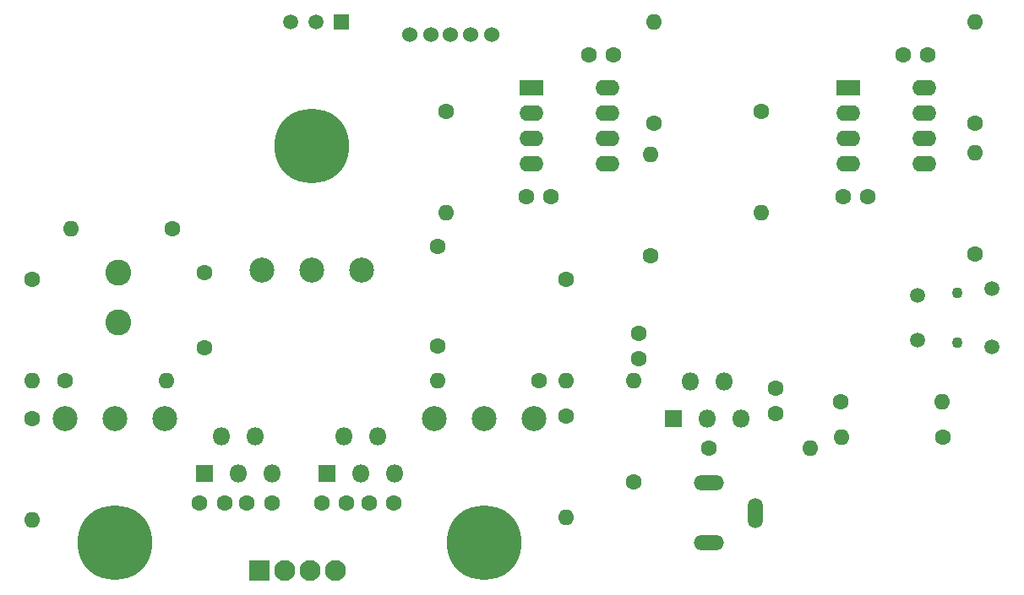
<source format=gbs>
G04 #@! TF.GenerationSoftware,KiCad,Pcbnew,(5.1.6-0-10_14)*
G04 #@! TF.CreationDate,2020-11-05T10:16:14+09:00*
G04 #@! TF.ProjectId,chua,63687561-2e6b-4696-9361-645f70636258,rev?*
G04 #@! TF.SameCoordinates,Original*
G04 #@! TF.FileFunction,Soldermask,Bot*
G04 #@! TF.FilePolarity,Negative*
%FSLAX46Y46*%
G04 Gerber Fmt 4.6, Leading zero omitted, Abs format (unit mm)*
G04 Created by KiCad (PCBNEW (5.1.6-0-10_14)) date 2020-11-05 10:16:14*
%MOMM*%
%LPD*%
G01*
G04 APERTURE LIST*
%ADD10O,1.508000X3.016000*%
%ADD11O,3.016000X1.508000*%
%ADD12C,7.500000*%
%ADD13C,2.500000*%
%ADD14C,1.600000*%
%ADD15C,1.500000*%
%ADD16C,1.100000*%
%ADD17C,2.600000*%
%ADD18O,2.400000X1.600000*%
%ADD19R,2.400000X1.600000*%
%ADD20R,1.520000X1.520000*%
%ADD21C,1.520000*%
%ADD22R,2.100000X2.100000*%
%ADD23C,2.100000*%
%ADD24O,1.600000X1.600000*%
%ADD25C,1.524000*%
%ADD26R,1.800000X1.800000*%
%ADD27O,1.800000X1.800000*%
G04 APERTURE END LIST*
D10*
X198450000Y-81750000D03*
D11*
X193750000Y-84750000D03*
X193750000Y-78750000D03*
D12*
X171250000Y-84750000D03*
D13*
X176250000Y-72250000D03*
X166250000Y-72250000D03*
X171250000Y-72250000D03*
D12*
X154004000Y-44904000D03*
D13*
X159004000Y-57404000D03*
X149004000Y-57404000D03*
X154004000Y-57404000D03*
X134250000Y-72250000D03*
X129250000Y-72250000D03*
X139250000Y-72250000D03*
D12*
X134250000Y-84750000D03*
D14*
X166624000Y-55000000D03*
X166624000Y-65000000D03*
D15*
X214672000Y-59926000D03*
X222172000Y-65076000D03*
X222172000Y-59276000D03*
X214672000Y-64426000D03*
D16*
X218672000Y-64676000D03*
X218672000Y-59676000D03*
D14*
X143256000Y-65158000D03*
X143256000Y-57658000D03*
D17*
X134620000Y-62658000D03*
X134620000Y-57658000D03*
D18*
X183642000Y-39116000D03*
X176022000Y-46736000D03*
X183642000Y-41656000D03*
X176022000Y-44196000D03*
X183642000Y-44196000D03*
X176022000Y-41656000D03*
X183642000Y-46736000D03*
D19*
X176022000Y-39116000D03*
D18*
X215392000Y-39116000D03*
X207772000Y-46736000D03*
X215392000Y-41656000D03*
X207772000Y-44196000D03*
X215392000Y-44196000D03*
X207772000Y-41656000D03*
X215392000Y-46736000D03*
D19*
X207772000Y-39116000D03*
D20*
X156972000Y-32512000D03*
D21*
X151892000Y-32512000D03*
X154432000Y-32512000D03*
D14*
X159750000Y-80750000D03*
X162250000Y-80750000D03*
X150000000Y-80750000D03*
X147500000Y-80750000D03*
X157500000Y-80750000D03*
X155000000Y-80750000D03*
X142750000Y-80750000D03*
X145250000Y-80750000D03*
X181750000Y-35750000D03*
X184250000Y-35750000D03*
X175500000Y-50000000D03*
X178000000Y-50000000D03*
X200500000Y-69250000D03*
X200500000Y-71750000D03*
X215750000Y-35750000D03*
X213250000Y-35750000D03*
X186750000Y-66250000D03*
X186750000Y-63750000D03*
X209750000Y-50000000D03*
X207250000Y-50000000D03*
D22*
X148750000Y-87500000D03*
D23*
X151290000Y-87500000D03*
X153830000Y-87500000D03*
X156370000Y-87500000D03*
D14*
X167500000Y-41500000D03*
D24*
X167500000Y-51660000D03*
X187960000Y-45750000D03*
D14*
X187960000Y-55910000D03*
X188250000Y-42660000D03*
D24*
X188250000Y-32500000D03*
X199000000Y-51660000D03*
D14*
X199000000Y-41500000D03*
D24*
X220500000Y-45590000D03*
D14*
X220500000Y-55750000D03*
X220500000Y-42660000D03*
D24*
X220500000Y-32500000D03*
X179500000Y-68500000D03*
D14*
X179500000Y-58340000D03*
X176750000Y-68500000D03*
D24*
X166590000Y-68500000D03*
X129840000Y-53250000D03*
D14*
X140000000Y-53250000D03*
D24*
X217160000Y-70612000D03*
D14*
X207000000Y-70612000D03*
X217250000Y-74168000D03*
D24*
X207090000Y-74168000D03*
X126000000Y-68500000D03*
D14*
X126000000Y-58340000D03*
X129250000Y-68500000D03*
D24*
X139410000Y-68500000D03*
D14*
X179500000Y-72000000D03*
D24*
X179500000Y-82160000D03*
D14*
X126000000Y-72250000D03*
D24*
X126000000Y-82410000D03*
X203910000Y-75250000D03*
D14*
X193750000Y-75250000D03*
X186250000Y-78660000D03*
D24*
X186250000Y-68500000D03*
D25*
X169900000Y-33750000D03*
X167900000Y-33750000D03*
X165900000Y-33750000D03*
X163800000Y-33750000D03*
X172000000Y-33750000D03*
D26*
X155500000Y-77750000D03*
D27*
X157200000Y-74050000D03*
X158900000Y-77750000D03*
X160600000Y-74050000D03*
X162300000Y-77750000D03*
D26*
X143250000Y-77750000D03*
D27*
X144950000Y-74050000D03*
X146650000Y-77750000D03*
X148350000Y-74050000D03*
X150050000Y-77750000D03*
X197050000Y-72250000D03*
X195350000Y-68550000D03*
X193650000Y-72250000D03*
X191950000Y-68550000D03*
D26*
X190250000Y-72250000D03*
M02*

</source>
